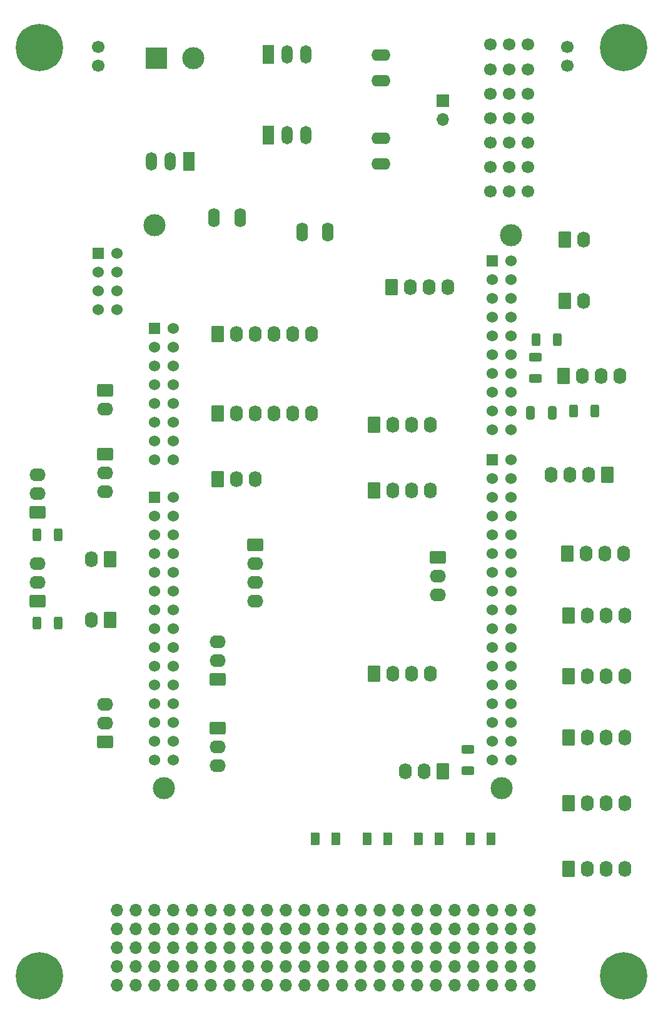
<source format=gbr>
%TF.GenerationSoftware,KiCad,Pcbnew,8.0.7-8.0.7-0~ubuntu22.04.1*%
%TF.CreationDate,2025-01-26T01:47:55+01:00*%
%TF.ProjectId,Electrobot_H755,456c6563-7472-46f6-926f-745f48373535,rev?*%
%TF.SameCoordinates,Original*%
%TF.FileFunction,Soldermask,Bot*%
%TF.FilePolarity,Negative*%
%FSLAX46Y46*%
G04 Gerber Fmt 4.6, Leading zero omitted, Abs format (unit mm)*
G04 Created by KiCad (PCBNEW 8.0.7-8.0.7-0~ubuntu22.04.1) date 2025-01-26 01:47:55*
%MOMM*%
%LPD*%
G01*
G04 APERTURE LIST*
G04 Aperture macros list*
%AMRoundRect*
0 Rectangle with rounded corners*
0 $1 Rounding radius*
0 $2 $3 $4 $5 $6 $7 $8 $9 X,Y pos of 4 corners*
0 Add a 4 corners polygon primitive as box body*
4,1,4,$2,$3,$4,$5,$6,$7,$8,$9,$2,$3,0*
0 Add four circle primitives for the rounded corners*
1,1,$1+$1,$2,$3*
1,1,$1+$1,$4,$5*
1,1,$1+$1,$6,$7*
1,1,$1+$1,$8,$9*
0 Add four rect primitives between the rounded corners*
20,1,$1+$1,$2,$3,$4,$5,0*
20,1,$1+$1,$4,$5,$6,$7,0*
20,1,$1+$1,$6,$7,$8,$9,0*
20,1,$1+$1,$8,$9,$2,$3,0*%
G04 Aperture macros list end*
%ADD10O,1.700000X1.700000*%
%ADD11C,6.400000*%
%ADD12C,3.000000*%
%ADD13C,1.700000*%
%ADD14R,1.530000X1.530000*%
%ADD15C,1.530000*%
%ADD16RoundRect,0.250000X-0.620000X-0.845000X0.620000X-0.845000X0.620000X0.845000X-0.620000X0.845000X0*%
%ADD17O,1.740000X2.190000*%
%ADD18RoundRect,0.250000X-0.845000X0.620000X-0.845000X-0.620000X0.845000X-0.620000X0.845000X0.620000X0*%
%ADD19O,2.190000X1.740000*%
%ADD20RoundRect,0.250000X0.845000X-0.620000X0.845000X0.620000X-0.845000X0.620000X-0.845000X-0.620000X0*%
%ADD21R,1.500000X2.500000*%
%ADD22O,1.500000X2.500000*%
%ADD23RoundRect,0.250000X-0.312500X-0.625000X0.312500X-0.625000X0.312500X0.625000X-0.312500X0.625000X0*%
%ADD24RoundRect,0.250000X-0.625000X0.312500X-0.625000X-0.312500X0.625000X-0.312500X0.625000X0.312500X0*%
%ADD25RoundRect,0.250000X0.375000X0.625000X-0.375000X0.625000X-0.375000X-0.625000X0.375000X-0.625000X0*%
%ADD26O,2.600000X1.600000*%
%ADD27RoundRect,0.250000X0.625000X-0.312500X0.625000X0.312500X-0.625000X0.312500X-0.625000X-0.312500X0*%
%ADD28RoundRect,0.250000X0.312500X0.625000X-0.312500X0.625000X-0.312500X-0.625000X0.312500X-0.625000X0*%
%ADD29RoundRect,0.250000X0.620000X0.845000X-0.620000X0.845000X-0.620000X-0.845000X0.620000X-0.845000X0*%
%ADD30R,1.700000X1.700000*%
%ADD31R,3.000000X3.000000*%
%ADD32O,1.600000X2.600000*%
%ADD33RoundRect,0.250000X0.325000X0.650000X-0.325000X0.650000X-0.325000X-0.650000X0.325000X-0.650000X0*%
G04 APERTURE END LIST*
D10*
%TO.C,*%
X86360000Y-165100000D03*
%TD*%
%TO.C,*%
X111760000Y-162560000D03*
%TD*%
%TO.C,*%
X127000000Y-165100000D03*
%TD*%
%TO.C,*%
X127000000Y-157480000D03*
%TD*%
%TO.C,*%
X99060000Y-162560000D03*
%TD*%
%TO.C,*%
X104140000Y-160020000D03*
%TD*%
%TO.C,*%
X99060000Y-165100000D03*
%TD*%
%TO.C,*%
X93980000Y-167640000D03*
%TD*%
%TO.C,*%
X132080000Y-160020000D03*
%TD*%
%TO.C,*%
X88900000Y-160020000D03*
%TD*%
%TO.C,*%
X86360000Y-167640000D03*
%TD*%
%TO.C,*%
X114300000Y-162560000D03*
%TD*%
%TO.C,*%
X106680000Y-160020000D03*
%TD*%
%TO.C,*%
X129540000Y-162560000D03*
%TD*%
%TO.C,*%
X106680000Y-167640000D03*
%TD*%
%TO.C,*%
X104140000Y-165100000D03*
%TD*%
%TO.C,*%
X111760000Y-165100000D03*
%TD*%
%TO.C,*%
X116840000Y-165100000D03*
%TD*%
%TO.C,*%
X96520000Y-160020000D03*
%TD*%
%TO.C,*%
X91440000Y-157480000D03*
%TD*%
%TO.C,*%
X129540000Y-160020000D03*
%TD*%
%TO.C,*%
X83820000Y-162560000D03*
%TD*%
%TO.C,*%
X116840000Y-157480000D03*
%TD*%
%TO.C,*%
X91440000Y-165100000D03*
%TD*%
%TO.C,*%
X119380000Y-160020000D03*
%TD*%
%TO.C,*%
X124460000Y-160020000D03*
%TD*%
%TO.C,*%
X132080000Y-167640000D03*
%TD*%
%TO.C,*%
X121920000Y-167640000D03*
%TD*%
%TO.C,*%
X119380000Y-167640000D03*
%TD*%
%TO.C,*%
X124460000Y-162560000D03*
%TD*%
%TO.C,*%
X91440000Y-162560000D03*
%TD*%
%TO.C,*%
X99060000Y-160020000D03*
%TD*%
%TO.C,*%
X104140000Y-162560000D03*
%TD*%
%TO.C,*%
X104140000Y-157480000D03*
%TD*%
%TO.C,*%
X83820000Y-160020000D03*
%TD*%
%TO.C,*%
X88900000Y-165100000D03*
%TD*%
%TO.C,*%
X132080000Y-157480000D03*
%TD*%
%TO.C,*%
X109220000Y-167640000D03*
%TD*%
%TO.C,*%
X114300000Y-160020000D03*
%TD*%
%TO.C,*%
X116840000Y-160020000D03*
%TD*%
%TO.C,*%
X93980000Y-160020000D03*
%TD*%
%TO.C,*%
X93980000Y-165100000D03*
%TD*%
%TO.C,*%
X119380000Y-157480000D03*
%TD*%
%TO.C,*%
X83820000Y-165100000D03*
%TD*%
%TO.C,*%
X99060000Y-157480000D03*
%TD*%
%TO.C,*%
X86360000Y-162560000D03*
%TD*%
%TO.C,*%
X99060000Y-167640000D03*
%TD*%
%TO.C,*%
X96520000Y-162560000D03*
%TD*%
%TO.C,*%
X124460000Y-165100000D03*
%TD*%
%TO.C,*%
X88900000Y-162560000D03*
%TD*%
D11*
%TO.C,H2*%
X68235000Y-166370000D03*
%TD*%
D10*
%TO.C,*%
X83820000Y-167640000D03*
%TD*%
%TO.C,*%
X106680000Y-162560000D03*
%TD*%
%TO.C,*%
X121920000Y-157480000D03*
%TD*%
%TO.C,*%
X111760000Y-160020000D03*
%TD*%
%TO.C,*%
X101600000Y-165100000D03*
%TD*%
%TO.C,*%
X81280000Y-160020000D03*
%TD*%
%TO.C,*%
X91440000Y-167640000D03*
%TD*%
D11*
%TO.C,H4*%
X147320000Y-166370000D03*
%TD*%
%TO.C,H1*%
X68235000Y-40739000D03*
%TD*%
D10*
%TO.C,*%
X127000000Y-160020000D03*
%TD*%
%TO.C,*%
X109220000Y-160020000D03*
%TD*%
%TO.C,*%
X121920000Y-160020000D03*
%TD*%
%TO.C,*%
X83820000Y-157480000D03*
%TD*%
%TO.C,*%
X114300000Y-157480000D03*
%TD*%
%TO.C,*%
X116840000Y-162560000D03*
%TD*%
%TO.C,*%
X81280000Y-165100000D03*
%TD*%
%TO.C,*%
X101600000Y-162560000D03*
%TD*%
D12*
%TO.C,U1*%
X83820000Y-64770000D03*
X85090000Y-140970000D03*
X130800000Y-140980000D03*
X132100000Y-66080000D03*
D13*
X76200000Y-40640000D03*
X76200000Y-43180000D03*
X139700000Y-40640000D03*
X139700000Y-43180000D03*
D14*
X129540000Y-69591000D03*
D15*
X132080000Y-69591000D03*
X129540000Y-72131000D03*
X132080000Y-72131000D03*
X129540000Y-74671000D03*
X132080000Y-74671000D03*
X129540000Y-77211000D03*
X132080000Y-77211000D03*
X129540000Y-79751000D03*
X132080000Y-79751000D03*
X129540000Y-82291000D03*
X132080000Y-82291000D03*
X129540000Y-84831000D03*
X132080000Y-84831000D03*
X129540000Y-87371000D03*
X132080000Y-87371000D03*
X129540000Y-89911000D03*
X132080000Y-89911000D03*
X129540000Y-92451000D03*
X132080000Y-92451000D03*
D14*
X83820000Y-78735000D03*
D15*
X86360000Y-78735000D03*
X83820000Y-81275000D03*
X86360000Y-81275000D03*
X83820000Y-83815000D03*
X86360000Y-83815000D03*
X83820000Y-86355000D03*
X86360000Y-86355000D03*
X83820000Y-88895000D03*
X86360000Y-88895000D03*
X83820000Y-91435000D03*
X86360000Y-91435000D03*
X83820000Y-93975000D03*
X86360000Y-93975000D03*
X83820000Y-96515000D03*
X86360000Y-96515000D03*
D14*
X83820000Y-101595000D03*
D15*
X86360000Y-101595000D03*
X83820000Y-104135000D03*
X86360000Y-104135000D03*
X83820000Y-106675000D03*
X86360000Y-106675000D03*
X83820000Y-109215000D03*
X86360000Y-109215000D03*
X83820000Y-111755000D03*
X86360000Y-111755000D03*
X83820000Y-114295000D03*
X86360000Y-114295000D03*
X83820000Y-116835000D03*
X86360000Y-116835000D03*
X83820000Y-119375000D03*
X86360000Y-119375000D03*
X83820000Y-121915000D03*
X86360000Y-121915000D03*
X83820000Y-124455000D03*
X86360000Y-124455000D03*
X83820000Y-126995000D03*
X86360000Y-126995000D03*
X83820000Y-129535000D03*
X86360000Y-129535000D03*
X83820000Y-132075000D03*
X86360000Y-132075000D03*
X83820000Y-134615000D03*
X86360000Y-134615000D03*
X83820000Y-137155000D03*
X86360000Y-137155000D03*
D14*
X129540000Y-96515000D03*
D15*
X132080000Y-96515000D03*
X129540000Y-99055000D03*
X132080000Y-99055000D03*
X129540000Y-101595000D03*
X132080000Y-101595000D03*
X129540000Y-104135000D03*
X132080000Y-104135000D03*
X129540000Y-106675000D03*
X132080000Y-106675000D03*
X129540000Y-109215000D03*
X132080000Y-109215000D03*
X129540000Y-111755000D03*
X132080000Y-111755000D03*
X129540000Y-114295000D03*
X132080000Y-114295000D03*
X129540000Y-116835000D03*
X132080000Y-116835000D03*
X129540000Y-119375000D03*
X132080000Y-119375000D03*
X129540000Y-121915000D03*
X132080000Y-121915000D03*
X129540000Y-124455000D03*
X132080000Y-124455000D03*
X129540000Y-126995000D03*
X132080000Y-126995000D03*
X129540000Y-129535000D03*
X132080000Y-129535000D03*
X129540000Y-132075000D03*
X132080000Y-132075000D03*
X129540000Y-134615000D03*
X132080000Y-134615000D03*
X129540000Y-137155000D03*
X132080000Y-137155000D03*
D14*
X76200000Y-68575000D03*
D15*
X78740000Y-68575000D03*
X76200000Y-71115000D03*
X78740000Y-71115000D03*
X76200000Y-73655000D03*
X78740000Y-73655000D03*
X76200000Y-76195000D03*
X78740000Y-76195000D03*
%TD*%
D10*
%TO.C,*%
X134620000Y-167640000D03*
%TD*%
%TO.C,*%
X93980000Y-157480000D03*
%TD*%
%TO.C,*%
X124460000Y-157480000D03*
%TD*%
%TO.C,*%
X78740000Y-160020000D03*
%TD*%
%TO.C,*%
X132080000Y-162560000D03*
%TD*%
%TO.C,*%
X114300000Y-165100000D03*
%TD*%
%TO.C,*%
X124460000Y-167640000D03*
%TD*%
%TO.C,*%
X101600000Y-157480000D03*
%TD*%
%TO.C,*%
X134620000Y-160020000D03*
%TD*%
%TO.C,*%
X78740000Y-157480000D03*
%TD*%
%TO.C,*%
X86360000Y-160020000D03*
%TD*%
%TO.C,*%
X109220000Y-157480000D03*
%TD*%
%TO.C,*%
X81280000Y-162560000D03*
%TD*%
%TO.C,*%
X129540000Y-165100000D03*
%TD*%
%TO.C,*%
X78740000Y-162560000D03*
%TD*%
%TO.C,*%
X111760000Y-157480000D03*
%TD*%
%TO.C,*%
X121920000Y-162560000D03*
%TD*%
%TO.C,*%
X114300000Y-167640000D03*
%TD*%
%TO.C,*%
X106680000Y-165100000D03*
%TD*%
%TO.C,*%
X129540000Y-167640000D03*
%TD*%
%TO.C,*%
X109220000Y-165100000D03*
%TD*%
%TO.C,*%
X86360000Y-157480000D03*
%TD*%
%TO.C,*%
X88900000Y-167640000D03*
%TD*%
%TO.C,*%
X93980000Y-162560000D03*
%TD*%
%TO.C,*%
X91440000Y-160020000D03*
%TD*%
%TO.C,*%
X134620000Y-165100000D03*
%TD*%
%TO.C,*%
X119380000Y-165100000D03*
%TD*%
%TO.C,*%
X119380000Y-162560000D03*
%TD*%
%TO.C,*%
X127000000Y-162560000D03*
%TD*%
%TO.C,*%
X121920000Y-165100000D03*
%TD*%
%TO.C,*%
X129540000Y-157480000D03*
%TD*%
%TO.C,*%
X104140000Y-167640000D03*
%TD*%
%TO.C,*%
X96520000Y-165100000D03*
%TD*%
%TO.C,*%
X127000000Y-167640000D03*
%TD*%
%TO.C,*%
X96520000Y-157480000D03*
%TD*%
%TO.C,*%
X134620000Y-157480000D03*
%TD*%
%TO.C,*%
X132080000Y-165100000D03*
%TD*%
%TO.C,*%
X78740000Y-165100000D03*
%TD*%
%TO.C,*%
X101600000Y-160020000D03*
%TD*%
%TO.C,*%
X116840000Y-167640000D03*
%TD*%
%TO.C,*%
X81280000Y-157480000D03*
%TD*%
%TO.C,*%
X78740000Y-167640000D03*
%TD*%
D11*
%TO.C,H3*%
X147320000Y-40739000D03*
%TD*%
D10*
%TO.C,*%
X111760000Y-167640000D03*
%TD*%
%TO.C,*%
X109220000Y-162560000D03*
%TD*%
%TO.C,*%
X81280000Y-167640000D03*
%TD*%
%TO.C,*%
X134620000Y-162560000D03*
%TD*%
%TO.C,*%
X101600000Y-167640000D03*
%TD*%
%TO.C,*%
X88900000Y-157480000D03*
%TD*%
%TO.C,*%
X96520000Y-167640000D03*
%TD*%
%TO.C,*%
X106680000Y-157480000D03*
%TD*%
D16*
%TO.C,J12*%
X139863000Y-151844000D03*
D17*
X142403000Y-151844000D03*
X144943000Y-151844000D03*
X147483000Y-151844000D03*
%TD*%
D16*
%TO.C,J10*%
X115860000Y-73104000D03*
D17*
X118400000Y-73104000D03*
X120940000Y-73104000D03*
X123480000Y-73104000D03*
%TD*%
D16*
%TO.C,J31*%
X92365000Y-99139000D03*
D17*
X94905000Y-99139000D03*
X97445000Y-99139000D03*
%TD*%
D18*
%TO.C,J4*%
X122174000Y-109728000D03*
D19*
X122174000Y-112268000D03*
X122174000Y-114808000D03*
%TD*%
D20*
%TO.C,J5*%
X77105000Y-134719000D03*
D19*
X77105000Y-132179000D03*
X77105000Y-129639000D03*
%TD*%
D20*
%TO.C,J2*%
X92345000Y-126238000D03*
D19*
X92345000Y-123698000D03*
X92345000Y-121158000D03*
%TD*%
D20*
%TO.C,J26*%
X67961000Y-115669000D03*
D19*
X67961000Y-113129000D03*
X67961000Y-110589000D03*
%TD*%
D16*
%TO.C,J30*%
X139355000Y-75009000D03*
D17*
X141895000Y-75009000D03*
%TD*%
D16*
%TO.C,J29*%
X139355000Y-66734000D03*
D17*
X141895000Y-66734000D03*
%TD*%
D21*
%TO.C,U4*%
X99242500Y-41669000D03*
D22*
X101782500Y-41669000D03*
X104322500Y-41669000D03*
%TD*%
D23*
%TO.C,R24*%
X67879500Y-106680000D03*
X70804500Y-106680000D03*
%TD*%
D24*
%TO.C,R29*%
X135382000Y-82611500D03*
X135382000Y-85536500D03*
%TD*%
D16*
%TO.C,J11*%
X139863000Y-125809000D03*
D17*
X142403000Y-125809000D03*
X144943000Y-125809000D03*
X147483000Y-125809000D03*
%TD*%
D16*
%TO.C,J34*%
X92365000Y-90269000D03*
D17*
X94905000Y-90269000D03*
X97445000Y-90269000D03*
X99985000Y-90269000D03*
X102525000Y-90269000D03*
X105065000Y-90269000D03*
%TD*%
D25*
%TO.C,D3*%
X115355000Y-147800000D03*
X112555000Y-147800000D03*
%TD*%
D16*
%TO.C,J33*%
X92365000Y-79454000D03*
D17*
X94905000Y-79454000D03*
X97445000Y-79454000D03*
X99985000Y-79454000D03*
X102525000Y-79454000D03*
X105065000Y-79454000D03*
%TD*%
D26*
%TO.C,C11*%
X114482500Y-52959000D03*
X114482500Y-56459000D03*
%TD*%
D25*
%TO.C,D2*%
X122340000Y-147800000D03*
X119540000Y-147800000D03*
%TD*%
D16*
%TO.C,J14*%
X139863000Y-117554000D03*
D17*
X142403000Y-117554000D03*
X144943000Y-117554000D03*
X147483000Y-117554000D03*
%TD*%
D18*
%TO.C,J36*%
X77145000Y-87094000D03*
D19*
X77145000Y-89634000D03*
%TD*%
D27*
%TO.C,R22*%
X126238000Y-138622500D03*
X126238000Y-135697500D03*
%TD*%
D13*
%TO.C,J24*%
X129286000Y-40318000D03*
X131826000Y-40318000D03*
X134366000Y-40318000D03*
%TD*%
D16*
%TO.C,J13*%
X139863000Y-142954000D03*
D17*
X142403000Y-142954000D03*
X144943000Y-142954000D03*
X147483000Y-142954000D03*
%TD*%
D20*
%TO.C,J16*%
X67961000Y-103604000D03*
D19*
X67961000Y-101064000D03*
X67961000Y-98524000D03*
%TD*%
D13*
%TO.C,J21*%
X129286000Y-46990000D03*
X131826000Y-46990000D03*
X134366000Y-46990000D03*
%TD*%
D18*
%TO.C,J32*%
X77145000Y-95758000D03*
D19*
X77145000Y-98298000D03*
X77145000Y-100838000D03*
%TD*%
D13*
%TO.C,J25*%
X129282500Y-53594000D03*
X131822500Y-53594000D03*
X134362500Y-53594000D03*
%TD*%
%TO.C,J20*%
X129286000Y-56896000D03*
X131826000Y-56896000D03*
X134366000Y-56896000D03*
%TD*%
D16*
%TO.C,J17*%
X139192000Y-85189000D03*
D17*
X141732000Y-85189000D03*
X144272000Y-85189000D03*
X146812000Y-85189000D03*
%TD*%
D23*
%TO.C,R26*%
X67879500Y-118618000D03*
X70804500Y-118618000D03*
%TD*%
D28*
%TO.C,R37*%
X143448500Y-89916000D03*
X140523500Y-89916000D03*
%TD*%
D29*
%TO.C,J22*%
X145070000Y-98544000D03*
D17*
X142530000Y-98544000D03*
X139990000Y-98544000D03*
X137450000Y-98544000D03*
%TD*%
D21*
%TO.C,U2*%
X88447500Y-56134000D03*
D22*
X85907500Y-56134000D03*
X83367500Y-56134000D03*
%TD*%
D25*
%TO.C,D1*%
X129325000Y-147800000D03*
X126525000Y-147800000D03*
%TD*%
D18*
%TO.C,J6*%
X97465000Y-108049000D03*
D19*
X97465000Y-110589000D03*
X97465000Y-113129000D03*
X97465000Y-115669000D03*
%TD*%
D30*
%TO.C,JP1*%
X122845000Y-47879000D03*
D10*
X122845000Y-50419000D03*
%TD*%
D16*
%TO.C,J35*%
X139863000Y-134064000D03*
D17*
X142403000Y-134064000D03*
X144943000Y-134064000D03*
X147483000Y-134064000D03*
%TD*%
D16*
%TO.C,J8*%
X113538000Y-91781000D03*
D17*
X116078000Y-91781000D03*
X118618000Y-91781000D03*
X121158000Y-91781000D03*
%TD*%
D13*
%TO.C,J23*%
X129286000Y-43654000D03*
X131826000Y-43654000D03*
X134366000Y-43654000D03*
%TD*%
%TO.C,J19*%
X129286000Y-50292000D03*
X131826000Y-50292000D03*
X134366000Y-50292000D03*
%TD*%
D16*
%TO.C,J7*%
X113538000Y-100671000D03*
D17*
X116078000Y-100671000D03*
X118618000Y-100671000D03*
X121158000Y-100671000D03*
%TD*%
D18*
%TO.C,J3*%
X92365000Y-132814000D03*
D19*
X92365000Y-135354000D03*
X92365000Y-137894000D03*
%TD*%
D31*
%TO.C,J1*%
X84042500Y-42164000D03*
D12*
X89042500Y-42164000D03*
%TD*%
D28*
%TO.C,R28*%
X138368500Y-80213200D03*
X135443500Y-80213200D03*
%TD*%
D32*
%TO.C,C4*%
X103795000Y-65659000D03*
X107295000Y-65659000D03*
%TD*%
D26*
%TO.C,C12*%
X114482500Y-41684000D03*
X114482500Y-45184000D03*
%TD*%
D25*
%TO.C,D4*%
X108370000Y-147800000D03*
X105570000Y-147800000D03*
%TD*%
D16*
%TO.C,J37*%
X139700000Y-109220000D03*
D17*
X142240000Y-109220000D03*
X144780000Y-109220000D03*
X147320000Y-109220000D03*
%TD*%
D29*
%TO.C,J15*%
X122845000Y-138656000D03*
D17*
X120305000Y-138656000D03*
X117765000Y-138656000D03*
%TD*%
D13*
%TO.C,J18*%
X129286000Y-60198000D03*
X131826000Y-60198000D03*
X134366000Y-60198000D03*
%TD*%
D21*
%TO.C,U3*%
X99242500Y-52546500D03*
D22*
X101782500Y-52546500D03*
X104322500Y-52546500D03*
%TD*%
D32*
%TO.C,C10*%
X91885000Y-63754000D03*
X95385000Y-63754000D03*
%TD*%
D16*
%TO.C,J9*%
X113538000Y-125456000D03*
D17*
X116078000Y-125456000D03*
X118618000Y-125456000D03*
X121158000Y-125456000D03*
%TD*%
D33*
%TO.C,C17*%
X137619000Y-90170000D03*
X134669000Y-90170000D03*
%TD*%
D29*
%TO.C,J27*%
X77760000Y-118189000D03*
D17*
X75220000Y-118189000D03*
%TD*%
D29*
%TO.C,J28*%
X77760000Y-109954000D03*
D17*
X75220000Y-109954000D03*
%TD*%
M02*

</source>
